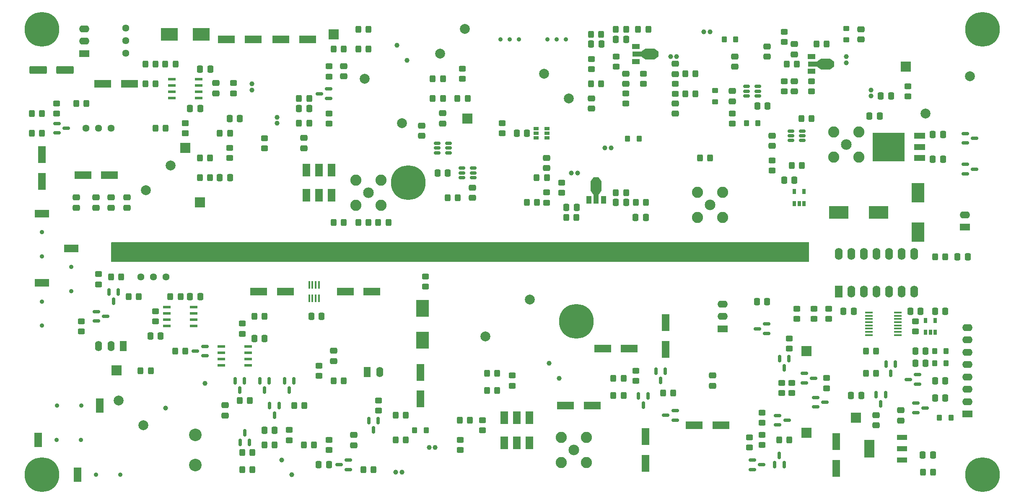
<source format=gts>
G04 #@! TF.GenerationSoftware,KiCad,Pcbnew,6.0.2-378541a8eb~116~ubuntu20.04.1*
G04 #@! TF.CreationDate,2022-04-18T14:06:08-07:00*
G04 #@! TF.ProjectId,trx_mobo_concept_2,7472785f-6d6f-4626-9f5f-636f6e636570,rev?*
G04 #@! TF.SameCoordinates,Original*
G04 #@! TF.FileFunction,Soldermask,Top*
G04 #@! TF.FilePolarity,Negative*
%FSLAX46Y46*%
G04 Gerber Fmt 4.6, Leading zero omitted, Abs format (unit mm)*
G04 Created by KiCad (PCBNEW 6.0.2-378541a8eb~116~ubuntu20.04.1) date 2022-04-18 14:06:08*
%MOMM*%
%LPD*%
G01*
G04 APERTURE LIST*
G04 Aperture macros list*
%AMRoundRect*
0 Rectangle with rounded corners*
0 $1 Rounding radius*
0 $2 $3 $4 $5 $6 $7 $8 $9 X,Y pos of 4 corners*
0 Add a 4 corners polygon primitive as box body*
4,1,4,$2,$3,$4,$5,$6,$7,$8,$9,$2,$3,0*
0 Add four circle primitives for the rounded corners*
1,1,$1+$1,$2,$3*
1,1,$1+$1,$4,$5*
1,1,$1+$1,$6,$7*
1,1,$1+$1,$8,$9*
0 Add four rect primitives between the rounded corners*
20,1,$1+$1,$2,$3,$4,$5,0*
20,1,$1+$1,$4,$5,$6,$7,0*
20,1,$1+$1,$6,$7,$8,$9,0*
20,1,$1+$1,$8,$9,$2,$3,0*%
%AMOutline4P*
0 Free polygon, 4 corners , with rotation*
0 The origin of the aperture is its center*
0 number of corners: always 4*
0 $1 to $8 corner X, Y*
0 $9 Rotation angle, in degrees counterclockwise*
0 create outline with 4 corners*
4,1,4,$1,$2,$3,$4,$5,$6,$7,$8,$1,$2,$9*%
G04 Aperture macros list end*
%ADD10R,2.100000X1.400000*%
%ADD11O,2.100000X1.400000*%
%ADD12C,0.800000*%
%ADD13C,7.000000*%
%ADD14RoundRect,0.250000X0.337500X0.475000X-0.337500X0.475000X-0.337500X-0.475000X0.337500X-0.475000X0*%
%ADD15RoundRect,0.250000X-0.337500X-0.475000X0.337500X-0.475000X0.337500X0.475000X-0.337500X0.475000X0*%
%ADD16RoundRect,0.250000X-0.475000X0.337500X-0.475000X-0.337500X0.475000X-0.337500X0.475000X0.337500X0*%
%ADD17RoundRect,0.250000X0.475000X-0.337500X0.475000X0.337500X-0.475000X0.337500X-0.475000X-0.337500X0*%
%ADD18R,3.500000X1.600000*%
%ADD19R,1.600000X3.500000*%
%ADD20R,2.500000X3.500000*%
%ADD21R,4.000000X2.500000*%
%ADD22R,2.500000X4.000000*%
%ADD23R,3.500000X2.500000*%
%ADD24RoundRect,0.150000X-0.150000X0.587500X-0.150000X-0.587500X0.150000X-0.587500X0.150000X0.587500X0*%
%ADD25RoundRect,0.150000X0.587500X0.150000X-0.587500X0.150000X-0.587500X-0.150000X0.587500X-0.150000X0*%
%ADD26RoundRect,0.250000X0.275000X0.350000X-0.275000X0.350000X-0.275000X-0.350000X0.275000X-0.350000X0*%
%ADD27RoundRect,0.250000X0.350000X-0.275000X0.350000X0.275000X-0.350000X0.275000X-0.350000X-0.275000X0*%
%ADD28RoundRect,0.250000X-0.350000X0.275000X-0.350000X-0.275000X0.350000X-0.275000X0.350000X0.275000X0*%
%ADD29C,2.150000*%
%ADD30C,2.250000*%
%ADD31O,1.400000X2.100000*%
%ADD32R,1.400000X2.100000*%
%ADD33C,2.000000*%
%ADD34C,1.000000*%
%ADD35RoundRect,0.150000X-0.587500X-0.150000X0.587500X-0.150000X0.587500X0.150000X-0.587500X0.150000X0*%
%ADD36RoundRect,0.150000X0.150000X-0.587500X0.150000X0.587500X-0.150000X0.587500X-0.150000X-0.587500X0*%
%ADD37R,1.000000X1.500000*%
%ADD38R,2.200000X1.840000*%
%ADD39Outline4P,-1.100000X-0.500000X1.100000X-0.500000X0.400000X0.500000X-0.400000X0.500000X180.000000*%
%ADD40Outline4P,-1.100000X-0.425000X1.100000X-0.425000X0.500000X0.425000X-0.500000X0.425000X0.000000*%
%ADD41R,1.000000X1.800000*%
%ADD42R,1.500000X1.000000*%
%ADD43R,1.800000X1.000000*%
%ADD44R,1.840000X2.200000*%
%ADD45Outline4P,-1.100000X-0.500000X1.100000X-0.500000X0.400000X0.500000X-0.400000X0.500000X90.000000*%
%ADD46Outline4P,-1.100000X-0.425000X1.100000X-0.425000X0.500000X0.425000X-0.500000X0.425000X270.000000*%
%ADD47RoundRect,0.250000X-0.450000X0.325000X-0.450000X-0.325000X0.450000X-0.325000X0.450000X0.325000X0*%
%ADD48RoundRect,0.250000X-0.325000X-0.450000X0.325000X-0.450000X0.325000X0.450000X-0.325000X0.450000X0*%
%ADD49RoundRect,0.250000X0.450000X-0.325000X0.450000X0.325000X-0.450000X0.325000X-0.450000X-0.325000X0*%
%ADD50RoundRect,0.250000X0.325000X0.450000X-0.325000X0.450000X-0.325000X-0.450000X0.325000X-0.450000X0*%
%ADD51C,1.440000*%
%ADD52R,2.032000X2.032000*%
%ADD53R,0.700000X1.000000*%
%ADD54R,1.500000X0.450000*%
%ADD55R,1.650000X2.540000*%
%ADD56R,0.400000X1.560000*%
%ADD57R,1.550000X0.600000*%
%ADD58R,1.600000X2.400000*%
%ADD59O,1.600000X2.400000*%
%ADD60RoundRect,0.150000X-0.512500X-0.150000X0.512500X-0.150000X0.512500X0.150000X-0.512500X0.150000X0*%
%ADD61R,1.060000X0.650000*%
%ADD62RoundRect,0.150000X0.512500X0.150000X-0.512500X0.150000X-0.512500X-0.150000X0.512500X-0.150000X0*%
%ADD63R,2.032000X1.016000*%
%ADD64R,2.032000X3.657600*%
%ADD65C,0.900000*%
%ADD66R,3.000000X1.500000*%
%ADD67R,1.500000X3.000000*%
%ADD68C,2.540000*%
%ADD69RoundRect,0.250000X1.500000X0.550000X-1.500000X0.550000X-1.500000X-0.550000X1.500000X-0.550000X0*%
%ADD70R,2.200000X1.200000*%
%ADD71R,6.400000X5.800000*%
%ADD72RoundRect,0.250000X0.450000X-0.350000X0.450000X0.350000X-0.450000X0.350000X-0.450000X-0.350000X0*%
G04 APERTURE END LIST*
D10*
X63600000Y-59900000D03*
D11*
X63600000Y-54900000D03*
X63600000Y-57400000D03*
D12*
X53143845Y-53143845D03*
X56856155Y-53143845D03*
X57625000Y-55000000D03*
X53143845Y-56856155D03*
X52375000Y-55000000D03*
X55000000Y-57625000D03*
X55000000Y-52375000D03*
X56856155Y-56856155D03*
D13*
X55000000Y-55000000D03*
D12*
X245000000Y-57625000D03*
X245000000Y-52375000D03*
X246856155Y-53143845D03*
X243143845Y-53143845D03*
X246856155Y-56856155D03*
X242375000Y-55000000D03*
X247625000Y-55000000D03*
X243143845Y-56856155D03*
D13*
X245000000Y-55000000D03*
D12*
X57625000Y-145000000D03*
X56856155Y-146856155D03*
X56856155Y-143143845D03*
D13*
X55000000Y-145000000D03*
D12*
X55000000Y-142375000D03*
X53143845Y-146856155D03*
X55000000Y-147625000D03*
X53143845Y-143143845D03*
X52375000Y-145000000D03*
X242375000Y-145000000D03*
X246856155Y-143143845D03*
X247625000Y-145000000D03*
X245000000Y-147625000D03*
X245000000Y-142375000D03*
X243143845Y-143143845D03*
X246856155Y-146856155D03*
X243143845Y-146856155D03*
D13*
X245000000Y-145000000D03*
D12*
X161143845Y-115856155D03*
X161143845Y-112143845D03*
X163000000Y-116625000D03*
X163000000Y-111375000D03*
X160375000Y-114000000D03*
X165625000Y-114000000D03*
X164856155Y-115856155D03*
D13*
X163000000Y-114000000D03*
D12*
X164856155Y-112143845D03*
X130856155Y-87856155D03*
X129000000Y-83375000D03*
X130856155Y-84143845D03*
X127143845Y-84143845D03*
D13*
X129000000Y-86000000D03*
D12*
X131625000Y-86000000D03*
X126375000Y-86000000D03*
X127143845Y-87856155D03*
X129000000Y-88625000D03*
D14*
X237537500Y-126000000D03*
X235462500Y-126000000D03*
X237537500Y-129500000D03*
X235462500Y-129500000D03*
X233537500Y-120000000D03*
X231462500Y-120000000D03*
X233537500Y-122500000D03*
X231462500Y-122500000D03*
D15*
X235462500Y-112000000D03*
X237537500Y-112000000D03*
D14*
X207037500Y-85500000D03*
X204962500Y-85500000D03*
D16*
X223500000Y-132962500D03*
X223500000Y-135037500D03*
D14*
X220562500Y-129000000D03*
X218487500Y-129000000D03*
D15*
X230462500Y-112000000D03*
X232537500Y-112000000D03*
D17*
X66000000Y-91037500D03*
X66000000Y-88962500D03*
X62000000Y-91037500D03*
X62000000Y-88962500D03*
D16*
X72200000Y-88962500D03*
X72200000Y-91037500D03*
X69000000Y-88962500D03*
X69000000Y-91037500D03*
D14*
X109037500Y-71000000D03*
X106962500Y-71000000D03*
D16*
X108000000Y-76962500D03*
X108000000Y-79037500D03*
D17*
X116000000Y-64512500D03*
X116000000Y-62437500D03*
D15*
X92962500Y-73000000D03*
X95037500Y-73000000D03*
X90962500Y-85000000D03*
X93037500Y-85000000D03*
D17*
X118000000Y-139037500D03*
X118000000Y-136962500D03*
D18*
X98800000Y-108000000D03*
X104200000Y-108000000D03*
D19*
X131500000Y-129700000D03*
X131500000Y-124300000D03*
D20*
X131900000Y-111350000D03*
X131900000Y-117850000D03*
D14*
X111537500Y-113000000D03*
X109462500Y-113000000D03*
D15*
X97962500Y-117500000D03*
X100037500Y-117500000D03*
X84962500Y-109000000D03*
X87037500Y-109000000D03*
D18*
X116300000Y-108000000D03*
X121700000Y-108000000D03*
D17*
X114000000Y-122037500D03*
X114000000Y-119962500D03*
D16*
X190500000Y-124962500D03*
X190500000Y-127037500D03*
D21*
X216000000Y-92000000D03*
X224000000Y-92000000D03*
D15*
X216962500Y-112000000D03*
X219037500Y-112000000D03*
D22*
X232000000Y-96000000D03*
X232000000Y-88000000D03*
D15*
X239962500Y-101000000D03*
X242037500Y-101000000D03*
D18*
X173700000Y-119500000D03*
X168300000Y-119500000D03*
D19*
X181000000Y-119700000D03*
X181000000Y-114300000D03*
D18*
X186800000Y-135000000D03*
X192200000Y-135000000D03*
D19*
X177000000Y-137300000D03*
X177000000Y-142700000D03*
D18*
X166200000Y-131000000D03*
X160800000Y-131000000D03*
D19*
X215500000Y-138300000D03*
X215500000Y-143700000D03*
D15*
X232962500Y-141000000D03*
X235037500Y-141000000D03*
D17*
X228500000Y-134037500D03*
X228500000Y-131962500D03*
D15*
X86962500Y-63000000D03*
X89037500Y-63000000D03*
D23*
X87250000Y-56000000D03*
X80750000Y-56000000D03*
D18*
X72700000Y-66000000D03*
X67300000Y-66000000D03*
D17*
X90200000Y-67937500D03*
X90200000Y-65862500D03*
D18*
X92300000Y-57000000D03*
X97700000Y-57000000D03*
X108700000Y-57000000D03*
X103300000Y-57000000D03*
D14*
X87037500Y-71000000D03*
X84962500Y-71000000D03*
D18*
X68700000Y-84500000D03*
X63300000Y-84500000D03*
D19*
X55000000Y-80300000D03*
X55000000Y-85700000D03*
D17*
X136000000Y-74037500D03*
X136000000Y-71962500D03*
D14*
X137037500Y-84000000D03*
X134962500Y-84000000D03*
D17*
X131750000Y-76537500D03*
X131750000Y-74462500D03*
D16*
X142000000Y-86962500D03*
X142000000Y-89037500D03*
D15*
X174962500Y-93000000D03*
X177037500Y-93000000D03*
D16*
X157000000Y-80962500D03*
X157000000Y-83037500D03*
D15*
X160962500Y-91000000D03*
X163037500Y-91000000D03*
X170962500Y-90000000D03*
X173037500Y-90000000D03*
X150962500Y-76000000D03*
X153037500Y-76000000D03*
D16*
X195000000Y-60462500D03*
X195000000Y-62537500D03*
D17*
X183000000Y-72037500D03*
X183000000Y-69962500D03*
D14*
X173037500Y-57000000D03*
X170962500Y-57000000D03*
D16*
X166000000Y-68962500D03*
X166000000Y-71037500D03*
D14*
X168062500Y-58000000D03*
X165987500Y-58000000D03*
D16*
X173000000Y-63962500D03*
X173000000Y-66037500D03*
D15*
X199562500Y-70500000D03*
X201637500Y-70500000D03*
D16*
X202500000Y-76462500D03*
X202500000Y-78537500D03*
D17*
X194500000Y-69537500D03*
X194500000Y-67462500D03*
D14*
X224287500Y-72500000D03*
X222212500Y-72500000D03*
D16*
X220500000Y-54962500D03*
X220500000Y-57037500D03*
D14*
X226537500Y-68500000D03*
X224462500Y-68500000D03*
D16*
X207000000Y-57962500D03*
X207000000Y-60037500D03*
X201500000Y-58462500D03*
X201500000Y-60537500D03*
X207000000Y-65462500D03*
X207000000Y-67537500D03*
D24*
X100950000Y-126062500D03*
X99050000Y-126062500D03*
X100000000Y-127937500D03*
X95950000Y-126062500D03*
X94050000Y-126062500D03*
X95000000Y-127937500D03*
X105950000Y-126062500D03*
X104050000Y-126062500D03*
X105000000Y-127937500D03*
D25*
X87937500Y-120950000D03*
X87937500Y-119050000D03*
X86062500Y-120000000D03*
D26*
X237650000Y-120000000D03*
X235350000Y-120000000D03*
X237650000Y-122500000D03*
X235350000Y-122500000D03*
X238650000Y-133500000D03*
X236350000Y-133500000D03*
X132650000Y-136000000D03*
X130350000Y-136000000D03*
X175650000Y-77100000D03*
X173350000Y-77100000D03*
X195150000Y-57000000D03*
X192850000Y-57000000D03*
X199650000Y-74000000D03*
X197350000Y-74000000D03*
D27*
X191000000Y-69650000D03*
X191000000Y-67350000D03*
D28*
X217500000Y-54850000D03*
X217500000Y-57150000D03*
D29*
X121000000Y-88000000D03*
D30*
X118460000Y-85460000D03*
X123540000Y-85460000D03*
X118460000Y-90540000D03*
X123540000Y-90540000D03*
D10*
X241500000Y-95000000D03*
D11*
X241500000Y-92500000D03*
D10*
X192500000Y-115500000D03*
D11*
X192500000Y-113000000D03*
X192500000Y-110500000D03*
D29*
X217500000Y-78250000D03*
D30*
X214960000Y-75710000D03*
X220040000Y-75710000D03*
X214960000Y-80790000D03*
X220040000Y-80790000D03*
D31*
X66500000Y-119000000D03*
X69000000Y-119000000D03*
D32*
X71500000Y-119000000D03*
D29*
X190000000Y-90500000D03*
D30*
X187460000Y-87960000D03*
X192540000Y-87960000D03*
X187460000Y-93040000D03*
X192540000Y-93040000D03*
D10*
X242000000Y-132750000D03*
D11*
X242000000Y-130250000D03*
X242000000Y-127750000D03*
X242000000Y-125250000D03*
X242000000Y-122750000D03*
X242000000Y-120250000D03*
X242000000Y-117750000D03*
X242000000Y-115250000D03*
D33*
X70500000Y-130000000D03*
X75500000Y-135000000D03*
X76000000Y-87500000D03*
X81000000Y-82500000D03*
D34*
X88000000Y-126500000D03*
X80000000Y-131500000D03*
X157500000Y-122500000D03*
X159500000Y-125500000D03*
X128750000Y-61250000D03*
X126750000Y-58250000D03*
D33*
X161500000Y-69000000D03*
X156500000Y-64000000D03*
X140500000Y-54900000D03*
X135500000Y-59900000D03*
D35*
X231562500Y-130550000D03*
X231562500Y-132450000D03*
X233437500Y-131500000D03*
D25*
X231937500Y-126700000D03*
X231937500Y-124800000D03*
X230062500Y-125750000D03*
D24*
X227450000Y-122625000D03*
X225550000Y-122625000D03*
X226500000Y-124500000D03*
D25*
X112937500Y-68950000D03*
X112937500Y-67050000D03*
X111062500Y-68000000D03*
X116937500Y-143950000D03*
X116937500Y-142050000D03*
X115062500Y-143000000D03*
D24*
X102950000Y-131062500D03*
X101050000Y-131062500D03*
X102000000Y-132937500D03*
X122950000Y-134062500D03*
X121050000Y-134062500D03*
X122000000Y-135937500D03*
X70450000Y-108062500D03*
X68550000Y-108062500D03*
X69500000Y-109937500D03*
D25*
X201437500Y-116450000D03*
X201437500Y-114550000D03*
X199562500Y-115500000D03*
D24*
X180950000Y-124062500D03*
X179050000Y-124062500D03*
X180000000Y-125937500D03*
X177450000Y-129062500D03*
X175550000Y-129062500D03*
X176500000Y-130937500D03*
D35*
X203662500Y-133050000D03*
X203662500Y-134950000D03*
X205537500Y-134000000D03*
D36*
X203050000Y-142937500D03*
X204950000Y-142937500D03*
X204000000Y-141062500D03*
D35*
X198562500Y-142050000D03*
X198562500Y-143950000D03*
X200437500Y-143000000D03*
X209062500Y-124550000D03*
X209062500Y-126450000D03*
X210937500Y-125500000D03*
X211312500Y-129400000D03*
X211312500Y-131300000D03*
X213187500Y-130350000D03*
D24*
X205950000Y-121562500D03*
X204050000Y-121562500D03*
X205000000Y-123437500D03*
D35*
X58062500Y-74050000D03*
X58062500Y-75950000D03*
X59937500Y-75000000D03*
D37*
X165500000Y-89480000D03*
D38*
X167000000Y-86666500D03*
D39*
X167000000Y-88076200D03*
D40*
X167000000Y-85333000D03*
D41*
X167000000Y-89333500D03*
D37*
X168500000Y-89480000D03*
D42*
X175020000Y-58500000D03*
D43*
X175166500Y-60000000D03*
D44*
X177833500Y-60000000D03*
D45*
X176423800Y-60000000D03*
D46*
X179167000Y-60000000D03*
D42*
X175020000Y-61500000D03*
X210520000Y-60500000D03*
D44*
X213333500Y-62000000D03*
D45*
X211923800Y-62000000D03*
D46*
X214667000Y-62000000D03*
D43*
X210666500Y-62000000D03*
D42*
X210520000Y-63500000D03*
D47*
X63000000Y-113975000D03*
X63000000Y-116025000D03*
D48*
X221475000Y-124500000D03*
X223525000Y-124500000D03*
X221475000Y-120000000D03*
X223525000Y-120000000D03*
D49*
X66500000Y-106525000D03*
X66500000Y-104475000D03*
X214000000Y-113525000D03*
X214000000Y-111475000D03*
X211000000Y-113525000D03*
X211000000Y-111475000D03*
X207500000Y-113525000D03*
X207500000Y-111475000D03*
X231500000Y-116025000D03*
X231500000Y-113975000D03*
D48*
X74975000Y-124000000D03*
X77025000Y-124000000D03*
D50*
X89025000Y-85000000D03*
X86975000Y-85000000D03*
D47*
X100000000Y-76975000D03*
X100000000Y-79025000D03*
D48*
X118975000Y-94000000D03*
X121025000Y-94000000D03*
X106975000Y-74000000D03*
X109025000Y-74000000D03*
X122975000Y-94000000D03*
X125025000Y-94000000D03*
D50*
X116025000Y-94000000D03*
X113975000Y-94000000D03*
D47*
X113000000Y-71975000D03*
X113000000Y-74025000D03*
D50*
X116025000Y-59000000D03*
X113975000Y-59000000D03*
D49*
X113000000Y-64525000D03*
X113000000Y-62475000D03*
X93000000Y-81025000D03*
X93000000Y-78975000D03*
D50*
X93025000Y-76000000D03*
X90975000Y-76000000D03*
X89025000Y-81000000D03*
X86975000Y-81000000D03*
X122025000Y-144000000D03*
X119975000Y-144000000D03*
D49*
X105000000Y-138025000D03*
X105000000Y-135975000D03*
D50*
X128525000Y-133000000D03*
X126475000Y-133000000D03*
D48*
X126475000Y-138000000D03*
X128525000Y-138000000D03*
D50*
X110025000Y-139000000D03*
X107975000Y-139000000D03*
D48*
X68975000Y-105000000D03*
X71025000Y-105000000D03*
X105975000Y-131000000D03*
X108025000Y-131000000D03*
D49*
X123000000Y-132025000D03*
X123000000Y-129975000D03*
D50*
X74625000Y-109000000D03*
X72575000Y-109000000D03*
D51*
X75000000Y-105000000D03*
X77540000Y-105000000D03*
X80080000Y-105000000D03*
D49*
X132500000Y-107025000D03*
X132500000Y-104975000D03*
D48*
X80975000Y-109000000D03*
X83025000Y-109000000D03*
X113975000Y-126000000D03*
X116025000Y-126000000D03*
X97975000Y-113000000D03*
X100025000Y-113000000D03*
D49*
X95500000Y-116525000D03*
X95500000Y-114475000D03*
X111000000Y-125025000D03*
X111000000Y-122975000D03*
X78000000Y-114025000D03*
X78000000Y-111975000D03*
D48*
X81975000Y-120000000D03*
X84025000Y-120000000D03*
X235475000Y-101000000D03*
X237525000Y-101000000D03*
D50*
X141525000Y-134000000D03*
X139475000Y-134000000D03*
D47*
X150000000Y-124975000D03*
X150000000Y-127025000D03*
X139500000Y-137975000D03*
X139500000Y-140025000D03*
X144000000Y-133975000D03*
X144000000Y-136025000D03*
D50*
X147025000Y-128000000D03*
X144975000Y-128000000D03*
X147025000Y-124500000D03*
X144975000Y-124500000D03*
X182525000Y-128500000D03*
X180475000Y-128500000D03*
D47*
X175000000Y-123975000D03*
X175000000Y-126025000D03*
D50*
X172525000Y-129000000D03*
X170475000Y-129000000D03*
X172525000Y-125500000D03*
X170475000Y-125500000D03*
D48*
X232975000Y-144500000D03*
X235025000Y-144500000D03*
D47*
X200500000Y-132475000D03*
X200500000Y-134525000D03*
D50*
X206025000Y-138000000D03*
X203975000Y-138000000D03*
D47*
X200500000Y-136975000D03*
X200500000Y-139025000D03*
D49*
X198000000Y-139525000D03*
X198000000Y-137475000D03*
X204500000Y-128525000D03*
X204500000Y-126475000D03*
D47*
X213500000Y-125475000D03*
X213500000Y-127525000D03*
X206500000Y-126475000D03*
X206500000Y-128525000D03*
D49*
X206000000Y-119525000D03*
X206000000Y-117475000D03*
D50*
X78025000Y-66000000D03*
X75975000Y-66000000D03*
D51*
X72000000Y-59800000D03*
X72000000Y-57260000D03*
X72000000Y-54720000D03*
D49*
X93700000Y-67925000D03*
X93700000Y-65875000D03*
D50*
X78025000Y-62000000D03*
X75975000Y-62000000D03*
X82025000Y-62000000D03*
X79975000Y-62000000D03*
X80025000Y-75000000D03*
X77975000Y-75000000D03*
D48*
X61975000Y-70000000D03*
X64025000Y-70000000D03*
D51*
X69000000Y-75000000D03*
X66460000Y-75000000D03*
X63920000Y-75000000D03*
D47*
X58000000Y-69975000D03*
X58000000Y-72025000D03*
D48*
X52975000Y-76000000D03*
X55025000Y-76000000D03*
D50*
X55025000Y-72000000D03*
X52975000Y-72000000D03*
X139025000Y-89000000D03*
X136975000Y-89000000D03*
D48*
X133975000Y-69000000D03*
X136025000Y-69000000D03*
X138975000Y-69000000D03*
X141025000Y-69000000D03*
X133975000Y-65000000D03*
X136025000Y-65000000D03*
D50*
X121025000Y-59000000D03*
X118975000Y-59000000D03*
D47*
X148000000Y-73975000D03*
X148000000Y-76025000D03*
D49*
X140000000Y-65025000D03*
X140000000Y-62975000D03*
D47*
X157000000Y-87975000D03*
X157000000Y-90025000D03*
D50*
X155025000Y-90000000D03*
X152975000Y-90000000D03*
X157025000Y-85000000D03*
X154975000Y-85000000D03*
D47*
X160000000Y-85975000D03*
X160000000Y-88025000D03*
D48*
X187975000Y-81000000D03*
X190025000Y-81000000D03*
D50*
X163025000Y-93000000D03*
X160975000Y-93000000D03*
D48*
X174975000Y-90000000D03*
X177025000Y-90000000D03*
X170975000Y-88000000D03*
X173025000Y-88000000D03*
D50*
X173025000Y-55000000D03*
X170975000Y-55000000D03*
D49*
X183000000Y-68025000D03*
X183000000Y-65975000D03*
D48*
X184975000Y-64000000D03*
X187025000Y-64000000D03*
X184975000Y-68000000D03*
X187025000Y-68000000D03*
D50*
X177525000Y-55000000D03*
X175475000Y-55000000D03*
D47*
X166000000Y-60975000D03*
X166000000Y-63025000D03*
D48*
X165975000Y-66000000D03*
X168025000Y-66000000D03*
X165975000Y-56000000D03*
X168025000Y-56000000D03*
D47*
X171000000Y-60475000D03*
X171000000Y-62525000D03*
X173000000Y-67975000D03*
X173000000Y-70025000D03*
X176500000Y-63975000D03*
X176500000Y-66025000D03*
X202500000Y-81475000D03*
X202500000Y-83525000D03*
D49*
X194500000Y-74025000D03*
X194500000Y-71975000D03*
D48*
X206475000Y-82500000D03*
X208525000Y-82500000D03*
X208475000Y-73000000D03*
X210525000Y-73000000D03*
D47*
X205000000Y-55475000D03*
X205000000Y-57525000D03*
D49*
X230000000Y-68525000D03*
X230000000Y-66475000D03*
D50*
X213525000Y-58000000D03*
X211475000Y-58000000D03*
X207525000Y-62000000D03*
X205475000Y-62000000D03*
D49*
X205000000Y-67525000D03*
X205000000Y-65475000D03*
D47*
X210500000Y-65475000D03*
X210500000Y-67525000D03*
D34*
X102500000Y-74000000D03*
X97500000Y-66000000D03*
X102500000Y-72750000D03*
X97500000Y-67250000D03*
X134500000Y-139500000D03*
X126500000Y-144500000D03*
X133250000Y-139500000D03*
X127750000Y-144500000D03*
X170000000Y-79000000D03*
X162000000Y-84000000D03*
X168750000Y-79000000D03*
X163250000Y-84000000D03*
X190000000Y-55500000D03*
X182000000Y-60500000D03*
X188750000Y-55500000D03*
X183250000Y-60500000D03*
X222500000Y-68500000D03*
X217500000Y-60500000D03*
X222500000Y-67250000D03*
X217500000Y-61750000D03*
D52*
X87000000Y-90000000D03*
X141000000Y-73000000D03*
X229500000Y-62500000D03*
X70090000Y-123890000D03*
X219500000Y-133500000D03*
X209500000Y-136500000D03*
X209500000Y-120000000D03*
X114000000Y-56000000D03*
X84000000Y-79000000D03*
D53*
X233550000Y-116200000D03*
X234500000Y-116200000D03*
X235450000Y-116200000D03*
X235450000Y-113800000D03*
X233550000Y-113800000D03*
X207050000Y-90200000D03*
X208000000Y-90200000D03*
X208950000Y-90200000D03*
X208950000Y-87800000D03*
X207050000Y-87800000D03*
D54*
X222050000Y-112225000D03*
X222050000Y-112875000D03*
X222050000Y-113525000D03*
X222050000Y-114175000D03*
X222050000Y-114825000D03*
X222050000Y-115475000D03*
X222050000Y-116125000D03*
X222050000Y-116775000D03*
X227950000Y-116775000D03*
X227950000Y-116125000D03*
X227950000Y-115475000D03*
X227950000Y-114825000D03*
X227950000Y-114175000D03*
X227950000Y-113525000D03*
X227950000Y-112875000D03*
X227950000Y-112225000D03*
D55*
X113540000Y-83460000D03*
X111000000Y-83460000D03*
X108460000Y-83460000D03*
X108460000Y-88540000D03*
X111000000Y-88540000D03*
X113540000Y-88540000D03*
D56*
X109020000Y-109350000D03*
X109670000Y-109350000D03*
X110330000Y-109350000D03*
X110980000Y-109350000D03*
X110980000Y-106650000D03*
X110330000Y-106650000D03*
X109670000Y-106650000D03*
X109020000Y-106650000D03*
D57*
X85700000Y-114905000D03*
X85700000Y-113635000D03*
X85700000Y-112365000D03*
X85700000Y-111095000D03*
X80300000Y-111095000D03*
X80300000Y-112365000D03*
X80300000Y-113635000D03*
X80300000Y-114905000D03*
X91300000Y-119095000D03*
X91300000Y-120365000D03*
X91300000Y-121635000D03*
X91300000Y-122905000D03*
X96700000Y-122905000D03*
X96700000Y-121635000D03*
X96700000Y-120365000D03*
X96700000Y-119095000D03*
D58*
X216000000Y-108000000D03*
D59*
X218540000Y-108000000D03*
X221080000Y-108000000D03*
X223620000Y-108000000D03*
X226160000Y-108000000D03*
X228700000Y-108000000D03*
X231240000Y-108000000D03*
X231240000Y-100380000D03*
X228700000Y-100380000D03*
X226160000Y-100380000D03*
X223620000Y-100380000D03*
X221080000Y-100380000D03*
X218540000Y-100380000D03*
X216000000Y-100380000D03*
D55*
X153540000Y-133460000D03*
X151000000Y-133460000D03*
X148460000Y-133460000D03*
X148460000Y-138540000D03*
X151000000Y-138540000D03*
X153540000Y-138540000D03*
D57*
X81300000Y-65095000D03*
X81300000Y-66365000D03*
X81300000Y-67635000D03*
X81300000Y-68905000D03*
X86700000Y-68905000D03*
X86700000Y-67635000D03*
X86700000Y-66365000D03*
X86700000Y-65095000D03*
D60*
X134862500Y-78050000D03*
X134862500Y-79000000D03*
X134862500Y-79950000D03*
X137137500Y-79950000D03*
X137137500Y-79000000D03*
X137137500Y-78050000D03*
D61*
X157100000Y-76950000D03*
X157100000Y-76000000D03*
X157100000Y-75050000D03*
X154900000Y-75050000D03*
X154900000Y-76000000D03*
X154900000Y-76950000D03*
D62*
X208637500Y-77450000D03*
X208637500Y-76500000D03*
X208637500Y-75550000D03*
X206362500Y-75550000D03*
X206362500Y-76500000D03*
X206362500Y-77450000D03*
D24*
X225450000Y-128812500D03*
X223550000Y-128812500D03*
X224500000Y-130687500D03*
D63*
X228802000Y-142036000D03*
X228802000Y-139750000D03*
D64*
X222198000Y-139750000D03*
D63*
X228802000Y-137464000D03*
D65*
X55000000Y-96000000D03*
D66*
X55000000Y-92250000D03*
D65*
X55000000Y-100880000D03*
X61000000Y-103000000D03*
D66*
X61000000Y-99250000D03*
D65*
X61000000Y-107880000D03*
X55000000Y-110000000D03*
D66*
X55000000Y-106250000D03*
D65*
X55000000Y-114880000D03*
X63000000Y-131000000D03*
D67*
X66750000Y-131000000D03*
D65*
X58120000Y-131000000D03*
X58000000Y-138000000D03*
D67*
X54250000Y-138000000D03*
D65*
X62880000Y-138000000D03*
X66000000Y-145000000D03*
D67*
X62250000Y-145000000D03*
D65*
X70880000Y-145000000D03*
X160875000Y-57000000D03*
X159000000Y-57000000D03*
X157125000Y-57000000D03*
X147625000Y-57000000D03*
X149500000Y-57000000D03*
X151375000Y-57000000D03*
D48*
X99975000Y-139000000D03*
X102025000Y-139000000D03*
D50*
X97025000Y-130000000D03*
X94975000Y-130000000D03*
X97550000Y-140500000D03*
X95500000Y-140500000D03*
X97525000Y-144000000D03*
X95475000Y-144000000D03*
D16*
X92000000Y-130962500D03*
X92000000Y-133037500D03*
D15*
X99962500Y-136000000D03*
X102037500Y-136000000D03*
D68*
X86000000Y-136952000D03*
X86000000Y-143048000D03*
D14*
X113037500Y-143000000D03*
X110962500Y-143000000D03*
D36*
X95050000Y-138437500D03*
X96950000Y-138437500D03*
X96000000Y-136562500D03*
D34*
X105500000Y-145000000D03*
X103500000Y-142000000D03*
D35*
X66062500Y-112050000D03*
X66062500Y-113950000D03*
X67937500Y-113000000D03*
D49*
X113000000Y-140025000D03*
X113000000Y-137975000D03*
D14*
X79037500Y-117000000D03*
X76962500Y-117000000D03*
D33*
X144600000Y-117100000D03*
X153600000Y-109600000D03*
X127750000Y-74000000D03*
X120250000Y-65000000D03*
X242500000Y-64500000D03*
X233500000Y-72000000D03*
D48*
X106975000Y-69000000D03*
X109025000Y-69000000D03*
D29*
X162500000Y-140000000D03*
D30*
X159960000Y-142540000D03*
X159960000Y-137460000D03*
X165040000Y-142540000D03*
X165040000Y-137460000D03*
D50*
X121025000Y-55000000D03*
X118975000Y-55000000D03*
D62*
X142137500Y-84950000D03*
X142137500Y-84000000D03*
X142137500Y-83050000D03*
X139862500Y-83050000D03*
X139862500Y-84000000D03*
X139862500Y-84950000D03*
D14*
X201537500Y-110000000D03*
X199462500Y-110000000D03*
D17*
X183000000Y-64037500D03*
X183000000Y-61962500D03*
D62*
X199637500Y-68450000D03*
X199637500Y-67500000D03*
X199637500Y-66550000D03*
X197362500Y-66550000D03*
X197362500Y-67500000D03*
X197362500Y-68450000D03*
D25*
X182937500Y-133950000D03*
X182937500Y-132050000D03*
X181062500Y-133000000D03*
D15*
X234962500Y-76250000D03*
X237037500Y-76250000D03*
D35*
X241562500Y-82300000D03*
X241562500Y-84200000D03*
X243437500Y-83250000D03*
D69*
X59700000Y-63250000D03*
X54300000Y-63250000D03*
D35*
X241562500Y-76050000D03*
X241562500Y-77950000D03*
X243437500Y-77000000D03*
D32*
X120750000Y-124225000D03*
D31*
X123250000Y-124225000D03*
D70*
X232375000Y-81030000D03*
X232375000Y-78750000D03*
D71*
X226075000Y-78750000D03*
D70*
X232375000Y-76470000D03*
D72*
X84000000Y-76000000D03*
X84000000Y-74000000D03*
D15*
X234962500Y-81250000D03*
X237037500Y-81250000D03*
G36*
X209942121Y-98020002D02*
G01*
X209988614Y-98073658D01*
X210000000Y-98126000D01*
X210000000Y-101874000D01*
X209979998Y-101942121D01*
X209926342Y-101988614D01*
X209874000Y-102000000D01*
X69126000Y-102000000D01*
X69057879Y-101979998D01*
X69011386Y-101926342D01*
X69000000Y-101874000D01*
X69000000Y-98126000D01*
X69020002Y-98057879D01*
X69073658Y-98011386D01*
X69126000Y-98000000D01*
X209874000Y-98000000D01*
X209942121Y-98020002D01*
G37*
M02*

</source>
